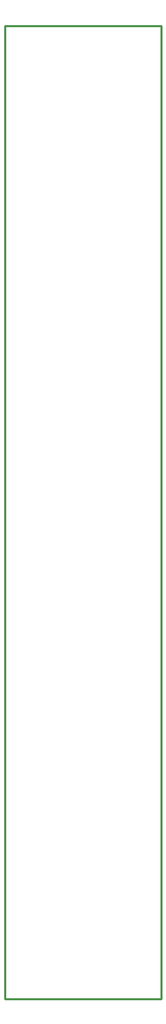
<source format=gko>
%FSLAX25Y25*%
%MOIN*%
G70*
G01*
G75*
G04 Layer_Color=16711935*
%ADD10R,0.03937X0.05118*%
%ADD11R,0.05118X0.03937*%
%ADD12R,0.04331X0.03543*%
%ADD13C,0.00800*%
%ADD14C,0.01200*%
%ADD15C,0.06000*%
%ADD16C,0.08700*%
%ADD17C,0.15700*%
%ADD18C,0.08000*%
%ADD19C,0.05906*%
%ADD20R,0.05906X0.05906*%
%ADD21R,0.06000X0.06000*%
%ADD22R,0.06000X0.06000*%
%ADD23C,0.05000*%
%ADD24C,0.01000*%
%ADD25C,0.00984*%
%ADD26C,0.00787*%
%ADD27C,0.02500*%
%ADD28C,0.00600*%
%ADD29R,0.04737X0.05918*%
%ADD30R,0.05918X0.04737*%
%ADD31R,0.05131X0.04343*%
%ADD32C,0.06800*%
%ADD33C,0.09500*%
%ADD34C,0.16500*%
%ADD35C,0.08800*%
%ADD36C,0.06706*%
%ADD37R,0.06706X0.06706*%
%ADD38R,0.06800X0.06800*%
%ADD39R,0.06800X0.06800*%
%ADD40C,0.05800*%
%ADD41C,0.00394*%
D24*
X202500Y305000D02*
X277500D01*
Y770000D01*
X202500D02*
X277500D01*
X202500Y305000D02*
Y770000D01*
M02*

</source>
